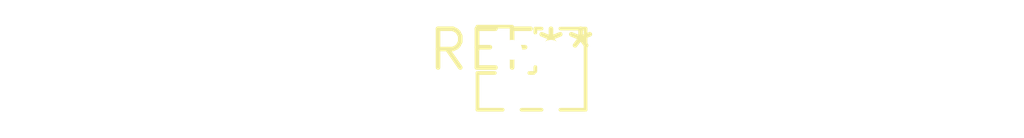
<source format=kicad_pcb>
(kicad_pcb (version 20240108) (generator pcbnew)
  (layers (0 "F.Cu" signal) (31 "B.Cu" signal) (34 "B.Paste" user) (35 "F.Paste" user) (36 "B.SilkS" user "B.Silkscreen") (37 "F.SilkS" user "F.Silkscreen") (38 "B.Mask" user) (39 "F.Mask" user) (44 "Edge.Cuts" user))
  (net 0 "")
  (footprint "PinHeader_2x02_P1.27mm_Vertical" (layer "F.Cu") (at 0 0)
    (property "Reference" "REF**")
    (property "Value" "PinHeader_2x02_P1.27mm_Vertical")
    (fp_line (start -1.13 -0.76) (end 0 -0.76) (layer "F.SilkS") (stroke (width 0.12)))
    (fp_line (start -1.13 0) (end -1.13 -0.76) (layer "F.SilkS") (stroke (width 0.12)))
    (fp_line (start -1.13 0.76) (end -1.13 1.965) (layer "F.SilkS") (stroke (width 0.12)))
    (fp_line (start -1.13 0.76) (end -0.563471 0.76) (layer "F.SilkS") (stroke (width 0.12)))
    (fp_line (start -1.13 1.965) (end -0.30753 1.965) (layer "F.SilkS") (stroke (width 0.12)))
    (fp_line (start 0.30753 1.965) (end 0.96247 1.965) (layer "F.SilkS") (stroke (width 0.12)))
    (fp_line (start 0.563471 0.76) (end 0.706529 0.76) (layer "F.SilkS") (stroke (width 0.12)))
    (fp_line (start 0.76 -0.695) (end 0.96247 -0.695) (layer "F.SilkS") (stroke (width 0.12)))
    (fp_line (start 0.76 -0.563471) (end 0.76 -0.695) (layer "F.SilkS") (stroke (width 0.12)))
    (fp_line (start 0.76 0.706529) (end 0.76 0.563471) (layer "F.SilkS") (stroke (width 0.12)))
    (fp_line (start 1.57753 -0.695) (end 2.4 -0.695) (layer "F.SilkS") (stroke (width 0.12)))
    (fp_line (start 1.57753 1.965) (end 2.4 1.965) (layer "F.SilkS") (stroke (width 0.12)))
    (fp_line (start 2.4 -0.695) (end 2.4 1.965) (layer "F.SilkS") (stroke (width 0.12)))
    (pad "1" thru_hole rect (at 0 0) (size 1 1) (drill 0.65) (layers *.Cu *.Mask) (remove_unused_layers))
    (pad "2" thru_hole oval (at 1.27 0) (size 1 1) (drill 0.65) (layers *.Cu *.Mask) (remove_unused_layers))
    (pad "3" thru_hole oval (at 0 1.27) (size 1 1) (drill 0.65) (layers *.Cu *.Mask) (remove_unused_layers))
    (pad "4" thru_hole oval (at 1.27 1.27) (size 1 1) (drill 0.65) (layers *.Cu *.Mask) (remove_unused_layers))
  )
)
</source>
